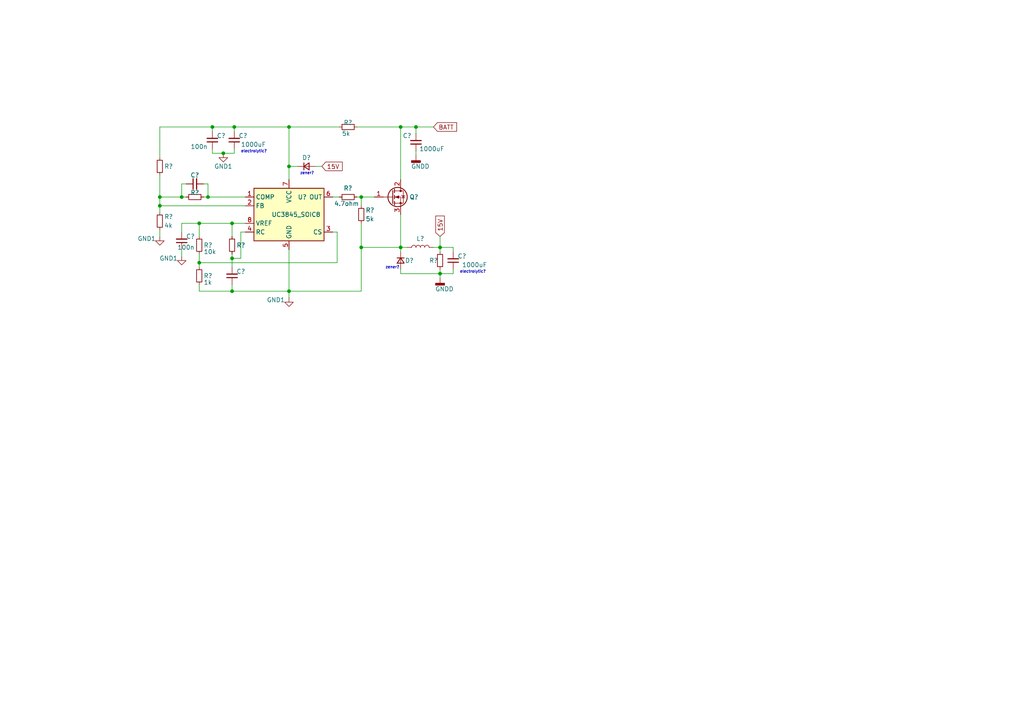
<source format=kicad_sch>
(kicad_sch (version 20211123) (generator eeschema)
  (paper "A4")
  (lib_symbols
    (symbol "Device:C_Small" (pin_numbers hide) (pin_names (offset 0.254) hide)
      (property "Reference" "C" (at 0.254 1.778 0))
      (property "Value" "C_Small" (at 0.254 -2.032 0))
      (symbol "C_Small_0_1"
        (polyline (pts (xy -1.524 -0.508) (xy 1.524 -0.508)) (stroke (width 0.3302)))
        (polyline (pts (xy -1.524 0.508) (xy 1.524 0.508)) (stroke (width 0.3048)))
      )
      (symbol "C_Small_1_1"
        (pin passive line (at 0 2.54 270) (length 2.032) (name "~") (number "1"))
        (pin passive line (at 0 -2.54 90) (length 2.032) (name "~") (number "2"))
      )
    )
    (symbol "Device:D_Small" (pin_numbers hide) (pin_names (offset 0.254) hide)
      (property "Reference" "D" (at -1.27 2.032 0))
      (property "Value" "D_Small" (at -3.81 -2.032 0))
      (symbol "D_Small_0_1"
        (polyline (pts (xy -0.762 -1.016) (xy -0.762 1.016)) (stroke (width 0.254)))
        (polyline (pts (xy -0.762 0) (xy 0.762 0)))
        (polyline (pts (xy 0.762 -1.016) (xy -0.762 0) (xy 0.762 1.016) (xy 0.762 -1.016)) (stroke (width 0.254)))
      )
      (symbol "D_Small_1_1"
        (pin passive line (at -2.54 0 0) (length 1.778) (name "K") (number "1"))
        (pin passive line (at 2.54 0 180) (length 1.778) (name "A") (number "2"))
      )
    )
    (symbol "Device:L" (pin_numbers hide) (pin_names (offset 1.016) hide)
      (property "Reference" "L" (at -1.27 0 90))
      (property "Value" "L" (at 1.905 0 90))
      (symbol "L_0_1"
        (arc (start 0 -2.54) (mid 0.635 -1.905) (end 0 -1.27))
        (arc (start 0 -1.27) (mid 0.635 -0.635) (end 0 0))
        (arc (start 0 0) (mid 0.635 0.635) (end 0 1.27))
        (arc (start 0 1.27) (mid 0.635 1.905) (end 0 2.54))
      )
      (symbol "L_1_1"
        (pin passive line (at 0 3.81 270) (length 1.27) (name "1") (number "1"))
        (pin passive line (at 0 -3.81 90) (length 1.27) (name "2") (number "2"))
      )
    )
    (symbol "Device:Q_NMOS_GDS" (pin_names (offset 0) hide)
      (property "Reference" "Q" (at 5.08 1.27 0))
      (property "Value" "Q_NMOS_GDS" (at 5.08 -1.27 0))
      (symbol "Q_NMOS_GDS_0_1"
        (polyline (pts (xy 0.254 0) (xy -2.54 0)))
        (polyline (pts (xy 0.254 1.905) (xy 0.254 -1.905)) (stroke (width 0.254)))
        (polyline (pts (xy 0.762 -1.27) (xy 0.762 -2.286)) (stroke (width 0.254)))
        (polyline (pts (xy 0.762 0.508) (xy 0.762 -0.508)) (stroke (width 0.254)))
        (polyline (pts (xy 0.762 2.286) (xy 0.762 1.27)) (stroke (width 0.254)))
        (polyline (pts (xy 2.54 2.54) (xy 2.54 1.778)))
        (polyline (pts (xy 2.54 -2.54) (xy 2.54 0) (xy 0.762 0)))
        (polyline (pts (xy 0.762 -1.778) (xy 3.302 -1.778) (xy 3.302 1.778) (xy 0.762 1.778)))
        (polyline (pts (xy 1.016 0) (xy 2.032 0.381) (xy 2.032 -0.381) (xy 1.016 0)) (fill (type outline)))
        (polyline (pts (xy 2.794 0.508) (xy 2.921 0.381) (xy 3.683 0.381) (xy 3.81 0.254)))
        (polyline (pts (xy 3.302 0.381) (xy 2.921 -0.254) (xy 3.683 -0.254) (xy 3.302 0.381)))
        (circle (center 1.651 0) (radius 2.794) (stroke (width 0.254)))
        (circle (center 2.54 -1.778) (radius 0.254) (fill (type outline)))
        (circle (center 2.54 1.778) (radius 0.254) (fill (type outline)))
      )
      (symbol "Q_NMOS_GDS_1_1"
        (pin input line (at -5.08 0 0) (length 2.54) (name "G") (number "1"))
        (pin passive line (at 2.54 5.08 270) (length 2.54) (name "D") (number "2"))
        (pin passive line (at 2.54 -5.08 90) (length 2.54) (name "S") (number "3"))
      )
    )
    (symbol "Device:R_Small" (pin_numbers hide) (pin_names (offset 0.254) hide)
      (property "Reference" "R" (at 0.762 0.508 0))
      (property "Value" "R_Small" (at 0.762 -1.016 0))
      (symbol "R_Small_0_1"
        (rectangle (start -0.762 1.778) (end 0.762 -1.778) (stroke (width 0.2032)))
      )
      (symbol "R_Small_1_1"
        (pin passive line (at 0 2.54 270) (length 0.762) (name "~") (number "1"))
        (pin passive line (at 0 -2.54 90) (length 0.762) (name "~") (number "2"))
      )
    )
    (symbol "Regulator_Controller:UC3842_SOIC8"
      (property "Reference" "U" (at 3.81 11.43 0))
      (property "Value" "UC3842_SOIC8" (at 3.81 8.89 0))
      (symbol "UC3842_SOIC8_0_1"
        (rectangle (start -10.16 -7.62) (end 10.16 7.62) (stroke (width 0.254)) (fill (type background)))
      )
      (symbol "UC3842_SOIC8_1_1"
        (pin passive line (at -12.7 5.08 0) (length 2.54) (name "COMP") (number "1"))
        (pin input line (at -12.7 2.54 0) (length 2.54) (name "FB") (number "2"))
        (pin input line (at 12.7 -5.08 180) (length 2.54) (name "CS") (number "3"))
        (pin passive line (at -12.7 -5.08 0) (length 2.54) (name "RC") (number "4"))
        (pin power_in line (at 0 -10.16 90) (length 2.54) (name "GND") (number "5"))
        (pin output line (at 12.7 5.08 180) (length 2.54) (name "OUT") (number "6"))
        (pin power_in line (at 0 10.16 270) (length 2.54) (name "VCC") (number "7"))
        (pin power_out line (at -12.7 -2.54 0) (length 2.54) (name "VREF") (number "8"))
      )
    )
    (symbol "power:GND1" (power) (pin_names (offset 0))
      (property "Value" "GND1" (at 0 -3.81 0))
      (symbol "GND1_0_1"
        (polyline (pts (xy 0 0) (xy 0 -1.27) (xy 1.27 -1.27) (xy 0 -2.54) (xy -1.27 -1.27) (xy 0 -1.27)))
      )
      (symbol "GND1_1_1"
        (pin power_in line (at 0 0 270) (length 0) hide (name "GND1") (number "1"))
      )
    )
    (symbol "power:GNDD" (power) (pin_names (offset 0))
      (property "Value" "GNDD" (at 0 -3.175 0))
      (symbol "GNDD_0_1"
        (rectangle (start -1.27 -1.524) (end 1.27 -2.032) (stroke (width 0.254)) (fill (type outline)))
        (polyline (pts (xy 0 0) (xy 0 -1.524)))
      )
      (symbol "GNDD_1_1"
        (pin power_in line (at 0 0 270) (length 0) hide (name "GNDD") (number "1"))
      )
    )
  )
  (junction (at 67.945 36.83))
  (junction (at 64.77 44.45))
  (junction (at 61.595 36.83))
  (junction (at 60.325 57.15))
  (junction (at 83.82 84.455))
  (junction (at 83.82 48.26))
  (junction (at 67.31 64.77))
  (junction (at 116.205 71.755))
  (junction (at 67.31 84.455))
  (junction (at 52.705 57.15))
  (junction (at 127.635 79.375))
  (junction (at 46.355 57.15))
  (junction (at 46.355 59.69))
  (junction (at 116.205 36.83))
  (junction (at 127.635 71.755))
  (junction (at 120.65 36.83))
  (junction (at 104.775 57.15))
  (junction (at 57.785 64.77))
  (junction (at 67.31 74.93))
  (junction (at 83.82 36.83))
  (junction (at 104.775 71.755))
  (junction (at 57.785 76.2))
  (wire (pts (xy 120.65 36.83) (xy 120.65 38.735)))
  (wire (pts (xy 52.705 53.34) (xy 52.705 57.15)))
  (wire (pts (xy 116.205 78.105) (xy 116.205 79.375)))
  (wire (pts (xy 67.945 43.18) (xy 67.945 44.45)))
  (wire (pts (xy 52.705 57.15) (xy 53.975 57.15)))
  (wire (pts (xy 57.785 82.55) (xy 57.785 84.455)))
  (wire (pts (xy 120.65 43.815) (xy 120.65 45.085)))
  (wire (pts (xy 57.785 76.2) (xy 57.785 77.47)))
  (wire (pts (xy 67.945 36.83) (xy 83.82 36.83)))
  (wire (pts (xy 46.355 59.69) (xy 46.355 61.595)))
  (wire (pts (xy 71.12 67.31) (xy 69.85 67.31)))
  (wire (pts (xy 57.785 76.2) (xy 97.79 76.2)))
  (wire (pts (xy 116.205 79.375) (xy 127.635 79.375)))
  (wire (pts (xy 127.635 71.755) (xy 125.73 71.755)))
  (wire (pts (xy 104.775 71.755) (xy 116.205 71.755)))
  (wire (pts (xy 103.505 57.15) (xy 104.775 57.15)))
  (wire (pts (xy 46.355 36.83) (xy 61.595 36.83)))
  (wire (pts (xy 52.705 72.39) (xy 52.705 74.295)))
  (wire (pts (xy 127.635 73.025) (xy 127.635 71.755)))
  (wire (pts (xy 96.52 57.15) (xy 98.425 57.15)))
  (wire (pts (xy 116.205 62.23) (xy 116.205 71.755)))
  (wire (pts (xy 46.355 59.69) (xy 71.12 59.69)))
  (wire (pts (xy 67.31 82.55) (xy 67.31 84.455)))
  (wire (pts (xy 83.82 36.83) (xy 98.425 36.83)))
  (wire (pts (xy 104.775 57.15) (xy 104.775 59.69)))
  (wire (pts (xy 83.82 84.455) (xy 83.82 86.36)))
  (wire (pts (xy 116.205 36.83) (xy 120.65 36.83)))
  (wire (pts (xy 104.775 57.15) (xy 108.585 57.15)))
  (wire (pts (xy 60.325 57.15) (xy 71.12 57.15)))
  (wire (pts (xy 127.635 78.105) (xy 127.635 79.375)))
  (wire (pts (xy 97.79 76.2) (xy 97.79 67.31)))
  (wire (pts (xy 46.355 50.8) (xy 46.355 57.15)))
  (wire (pts (xy 104.775 64.77) (xy 104.775 71.755)))
  (wire (pts (xy 116.205 73.025) (xy 116.205 71.755)))
  (wire (pts (xy 46.355 57.15) (xy 52.705 57.15)))
  (wire (pts (xy 59.055 53.34) (xy 60.325 53.34)))
  (wire (pts (xy 46.355 66.675) (xy 46.355 68.58)))
  (wire (pts (xy 57.785 73.66) (xy 57.785 76.2)))
  (wire (pts (xy 61.595 43.18) (xy 61.595 44.45)))
  (wire (pts (xy 96.52 67.31) (xy 97.79 67.31)))
  (wire (pts (xy 83.82 72.39) (xy 83.82 84.455)))
  (wire (pts (xy 120.65 36.83) (xy 125.73 36.83)))
  (wire (pts (xy 67.945 36.83) (xy 67.945 38.1)))
  (wire (pts (xy 69.85 74.93) (xy 67.31 74.93)))
  (wire (pts (xy 67.31 74.93) (xy 67.31 77.47)))
  (wire (pts (xy 67.31 64.77) (xy 71.12 64.77)))
  (wire (pts (xy 52.705 64.77) (xy 57.785 64.77)))
  (wire (pts (xy 83.82 84.455) (xy 104.775 84.455)))
  (wire (pts (xy 91.44 48.26) (xy 93.345 48.26)))
  (wire (pts (xy 116.205 36.83) (xy 116.205 52.07)))
  (wire (pts (xy 67.31 64.77) (xy 67.31 68.58)))
  (wire (pts (xy 131.445 73.025) (xy 131.445 71.755)))
  (wire (pts (xy 67.31 73.66) (xy 67.31 74.93)))
  (wire (pts (xy 131.445 79.375) (xy 127.635 79.375)))
  (wire (pts (xy 46.355 36.83) (xy 46.355 45.72)))
  (wire (pts (xy 83.82 36.83) (xy 83.82 48.26)))
  (wire (pts (xy 61.595 36.83) (xy 61.595 38.1)))
  (wire (pts (xy 127.635 79.375) (xy 127.635 80.645)))
  (wire (pts (xy 52.705 53.34) (xy 53.975 53.34)))
  (wire (pts (xy 127.635 68.58) (xy 127.635 71.755)))
  (wire (pts (xy 116.205 71.755) (xy 118.11 71.755)))
  (wire (pts (xy 61.595 44.45) (xy 64.77 44.45)))
  (wire (pts (xy 67.31 84.455) (xy 83.82 84.455)))
  (wire (pts (xy 52.705 64.77) (xy 52.705 67.31)))
  (wire (pts (xy 131.445 71.755) (xy 127.635 71.755)))
  (wire (pts (xy 61.595 36.83) (xy 67.945 36.83)))
  (wire (pts (xy 46.355 57.15) (xy 46.355 59.69)))
  (wire (pts (xy 131.445 78.105) (xy 131.445 79.375)))
  (wire (pts (xy 60.325 53.34) (xy 60.325 57.15)))
  (wire (pts (xy 57.785 64.77) (xy 67.31 64.77)))
  (wire (pts (xy 103.505 36.83) (xy 116.205 36.83)))
  (wire (pts (xy 69.85 67.31) (xy 69.85 74.93)))
  (wire (pts (xy 57.785 64.77) (xy 57.785 68.58)))
  (wire (pts (xy 59.055 57.15) (xy 60.325 57.15)))
  (wire (pts (xy 57.785 84.455) (xy 67.31 84.455)))
  (wire (pts (xy 83.82 48.26) (xy 86.36 48.26)))
  (wire (pts (xy 64.77 44.45) (xy 67.945 44.45)))
  (wire (pts (xy 104.775 71.755) (xy 104.775 84.455)))
  (wire (pts (xy 83.82 48.26) (xy 83.82 52.07)))
  (text "zener?" (at 86.995 50.8 0) (effects (font (size 0.8 0.8)) (justify left bottom)))
  (text "electrolytic?" (at 133.35 79.375 0) (effects (font (size 0.8 0.8)) (justify left bottom)))
  (text "electrolytic?" (at 69.85 44.45 0) (effects (font (size 0.8 0.8)) (justify left bottom)))
  (text "zener?" (at 111.76 78.105 0) (effects (font (size 0.8 0.8)) (justify left bottom)))
  (global_label "15V" (shape input) (at 127.635 68.58 90) (property "Intersheet References" "${INTERSHEET_REFS}" (effects hide)))
  (global_label "BATT" (shape input) (at 125.73 36.83 0) (property "Intersheet References" "${INTERSHEET_REFS}" (effects hide)))
  (global_label "15V" (shape input) (at 93.345 48.26 0) (property "Intersheet References" "${INTERSHEET_REFS}" (effects hide)))
  (symbol (lib_id "Device:C_Small") (at 56.515 53.34 90) (unit 1)
    (property "Reference" "C?" (at 56.515 50.8 90))
    (property "Value" "C_Small" (effects hide))
  )
  (symbol (lib_id "Device:C_Small") (at 131.445 75.565 180) (unit 1)
    (property "Reference" "C?" (at 132.715 74.295 0) (effects (justify right)))
    (property "Value" "1000uF" (at 133.985 76.8285 0) (effects (justify right)))
  )
  (symbol (lib_id "Device:R_Small") (at 127.635 75.565 0) (unit 1)
    (property "Reference" "R?" (at 124.46 75.565 0) (effects (justify left)))
    (property "Value" "R_Small" (effects hide))
  )
  (symbol (lib_id "Device:C_Small") (at 52.705 69.85 180) (unit 1)
    (property "Reference" "C?" (at 53.975 68.58 0) (effects (justify right)))
    (property "Value" "100n" (at 51.435 71.755 0) (effects (justify right)))
  )
  (symbol (lib_id "Device:C_Small") (at 67.31 80.01 180) (unit 1)
    (property "Reference" "C?" (at 68.58 78.74 0) (effects (justify right)))
    (property "Value" "C_Small" (effects hide))
  )
  (symbol (lib_id "Device:R_Small") (at 100.965 36.83 90) (unit 1)
    (property "Reference" "R?" (at 102.235 35.56 90) (effects (justify left)))
    (property "Value" "5k" (at 101.6 38.735 90) (effects (justify left)))
  )
  (symbol (lib_id "Device:R_Small") (at 56.515 57.15 90) (unit 1)
    (property "Reference" "R?" (at 56.515 55.88 90))
    (property "Value" "R_Small" (effects hide))
  )
  (symbol (lib_id "power:GND1") (at 83.82 86.36 0) (mirror y) (unit 1)
    (property "Reference" "#PWR?" (effects hide))
    (property "Value" "GND1" (at 80.01 86.995 0))
  )
  (symbol (lib_id "Device:R_Small") (at 104.775 62.23 0) (unit 1)
    (property "Reference" "R?" (at 106.045 60.96 0) (effects (justify left)))
    (property "Value" "5k" (at 106.045 63.5 0) (effects (justify left)))
  )
  (symbol (lib_id "Device:L") (at 121.92 71.755 90) (unit 1)
    (property "Reference" "L?" (at 121.92 69.215 90))
    (property "Value" "L" (effects hide))
  )
  (symbol (lib_id "power:GNDD") (at 120.65 45.085 0) (mirror y) (unit 1)
    (property "Reference" "#PWR?" (effects hide))
    (property "Value" "GNDD" (at 121.92 48.26 0))
  )
  (symbol (lib_id "Device:R_Small") (at 46.355 48.26 0) (unit 1)
    (property "Reference" "R?" (at 47.625 48.26 0) (effects (justify left)))
    (property "Value" "R_Small" (effects hide))
  )
  (symbol (lib_id "Device:Q_NMOS_GDS") (at 113.665 57.15 0) (unit 1)
    (property "Reference" "Q?" (at 118.745 57.15 0) (effects (justify left)))
    (property "Value" "Q_NMOS_GDS" (effects hide))
  )
  (symbol (lib_id "power:GND1") (at 52.705 74.295 0) (mirror y) (unit 1)
    (property "Reference" "#PWR?" (effects hide))
    (property "Value" "GND1" (at 48.895 74.93 0))
  )
  (symbol (lib_id "Device:R_Small") (at 46.355 64.135 0) (unit 1)
    (property "Reference" "R?" (at 47.625 62.865 0) (effects (justify left)))
    (property "Value" "4k" (at 47.625 65.405 0) (effects (justify left)))
  )
  (symbol (lib_id "power:GND1") (at 46.355 68.58 0) (mirror y) (unit 1)
    (property "Reference" "#PWR?" (effects hide))
    (property "Value" "GND1" (at 42.545 69.215 0))
  )
  (symbol (lib_id "Device:R_Small") (at 57.785 80.01 0) (unit 1)
    (property "Reference" "R?" (at 59.055 80.01 0) (effects (justify left)))
    (property "Value" "1k" (at 59.055 81.915 0) (effects (justify left)))
  )
  (symbol (lib_id "Device:R_Small") (at 67.31 71.12 0) (unit 1)
    (property "Reference" "R?" (at 68.58 71.12 0) (effects (justify left)))
    (property "Value" "R_Small" (effects hide))
  )
  (symbol (lib_id "power:GNDD") (at 127.635 80.645 0) (mirror y) (unit 1)
    (property "Reference" "#PWR?" (effects hide))
    (property "Value" "GNDD" (at 128.905 83.82 0))
  )
  (symbol (lib_id "Device:C_Small") (at 61.595 40.64 180) (unit 1)
    (property "Reference" "C?" (at 62.865 39.37 0) (effects (justify right)))
    (property "Value" "100n" (at 55.245 42.545 0) (effects (justify right)))
  )
  (symbol (lib_id "power:GND1") (at 64.77 44.45 0) (mirror y) (unit 1)
    (property "Reference" "#PWR?" (effects hide))
    (property "Value" "GND1" (at 64.77 48.26 0))
  )
  (symbol (lib_id "Device:C_Small") (at 67.945 40.64 180) (unit 1)
    (property "Reference" "C?" (at 69.215 39.37 0) (effects (justify right)))
    (property "Value" "1000uF" (at 69.85 41.91 0) (effects (justify right)))
  )
  (symbol (lib_id "Device:R_Small") (at 57.785 71.12 0) (unit 1)
    (property "Reference" "R?" (at 59.055 71.12 0) (effects (justify left)))
    (property "Value" "10k" (at 59.055 73.025 0) (effects (justify left)))
  )
  (symbol (lib_id "Device:C_Small") (at 120.65 41.275 0) (mirror x) (unit 1)
    (property "Reference" "C?" (at 119.38 39.37 0) (effects (justify right)))
    (property "Value" "1000uF" (at 128.905 43.18 0) (effects (justify right)))
  )
  (symbol (lib_id "Regulator_Controller:UC3842_SOIC8") (at 83.82 62.23 0) (unit 1)
    (property "Reference" "U?" (at 86.36 57.15 0) (effects (justify left)))
    (property "Value" "UC3845_SOIC8" (at 78.74 62.23 0) (effects (justify left)))
    (property "Footprint" "Package_SO:SOIC-8_3.9x4.9mm_P1.27mm" (effects hide))
    (property "Datasheet" "http://www.ti.com/lit/ds/symlink/uc3842.pdf" (effects hide))
  )
  (symbol (lib_id "Device:R_Small") (at 100.965 57.15 90) (unit 1)
    (property "Reference" "R?" (at 102.235 54.61 90) (effects (justify left)))
    (property "Value" "4.7ohm" (at 104.14 59.055 90) (effects (justify left)))
  )
  (symbol (lib_id "Device:D_Small") (at 116.205 75.565 270) (unit 1)
    (property "Reference" "D?" (at 118.745 75.565 90))
    (property "Value" "D_Small" (effects hide))
  )
  (symbol (lib_id "Device:D_Small") (at 88.9 48.26 0) (unit 1)
    (property "Reference" "D?" (at 88.9 45.72 0))
    (property "Value" "D_Small" (effects hide))
  )
)
</source>
